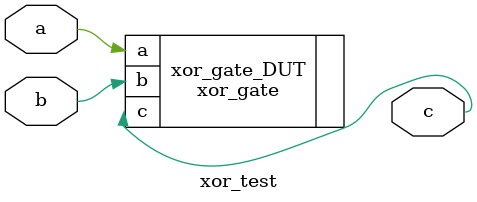
<source format=v>
module xor_test(
    input wire a,
    input wire b,
    output wire c
);

xor_gate xor_gate_DUT(
    .a(a),
    .b(b),
    .c(c)
);

initial begin
    $dumpfile("xor.vcd");
    $dumpvars(0,xor_test);
end
    
endmodule
</source>
